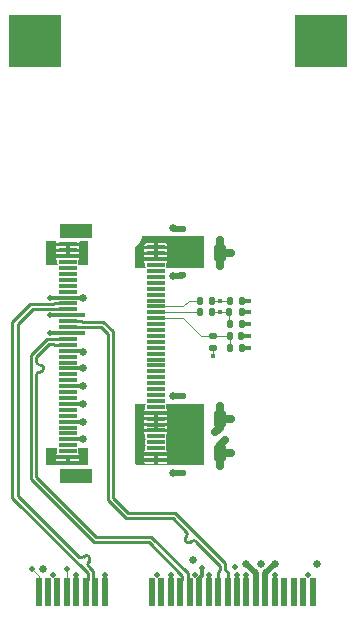
<source format=gbr>
%TF.GenerationSoftware,KiCad,Pcbnew,(6.0.1)*%
%TF.CreationDate,2022-01-21T21:00:34+01:00*%
%TF.ProjectId,apu-m2,6170752d-6d32-42e6-9b69-6361645f7063,rev?*%
%TF.SameCoordinates,Original*%
%TF.FileFunction,Copper,L1,Top*%
%TF.FilePolarity,Positive*%
%FSLAX46Y46*%
G04 Gerber Fmt 4.6, Leading zero omitted, Abs format (unit mm)*
G04 Created by KiCad (PCBNEW (6.0.1)) date 2022-01-21 21:00:34*
%MOMM*%
%LPD*%
G01*
G04 APERTURE LIST*
G04 Aperture macros list*
%AMRoundRect*
0 Rectangle with rounded corners*
0 $1 Rounding radius*
0 $2 $3 $4 $5 $6 $7 $8 $9 X,Y pos of 4 corners*
0 Add a 4 corners polygon primitive as box body*
4,1,4,$2,$3,$4,$5,$6,$7,$8,$9,$2,$3,0*
0 Add four circle primitives for the rounded corners*
1,1,$1+$1,$2,$3*
1,1,$1+$1,$4,$5*
1,1,$1+$1,$6,$7*
1,1,$1+$1,$8,$9*
0 Add four rect primitives between the rounded corners*
20,1,$1+$1,$2,$3,$4,$5,0*
20,1,$1+$1,$4,$5,$6,$7,0*
20,1,$1+$1,$6,$7,$8,$9,0*
20,1,$1+$1,$8,$9,$2,$3,0*%
G04 Aperture macros list end*
%TA.AperFunction,SMDPad,CuDef*%
%ADD10RoundRect,0.140000X-0.140000X-0.170000X0.140000X-0.170000X0.140000X0.170000X-0.140000X0.170000X0*%
%TD*%
%TA.AperFunction,SMDPad,CuDef*%
%ADD11RoundRect,0.140000X-0.170000X0.140000X-0.170000X-0.140000X0.170000X-0.140000X0.170000X0.140000X0*%
%TD*%
%TA.AperFunction,SMDPad,CuDef*%
%ADD12RoundRect,0.135000X0.135000X0.185000X-0.135000X0.185000X-0.135000X-0.185000X0.135000X-0.185000X0*%
%TD*%
%TA.AperFunction,SMDPad,CuDef*%
%ADD13RoundRect,0.135000X-0.185000X0.135000X-0.185000X-0.135000X0.185000X-0.135000X0.185000X0.135000X0*%
%TD*%
%TA.AperFunction,SMDPad,CuDef*%
%ADD14RoundRect,0.140000X0.170000X-0.140000X0.170000X0.140000X-0.170000X0.140000X-0.170000X-0.140000X0*%
%TD*%
%TA.AperFunction,SMDPad,CuDef*%
%ADD15RoundRect,0.250000X-0.250000X-0.475000X0.250000X-0.475000X0.250000X0.475000X-0.250000X0.475000X0*%
%TD*%
%TA.AperFunction,SMDPad,CuDef*%
%ADD16R,0.600000X2.330000*%
%TD*%
%TA.AperFunction,ComponentPad*%
%ADD17R,4.500000X4.500000*%
%TD*%
%TA.AperFunction,SMDPad,CuDef*%
%ADD18R,1.550000X0.300000*%
%TD*%
%TA.AperFunction,SMDPad,CuDef*%
%ADD19R,2.750000X1.200000*%
%TD*%
%TA.AperFunction,ViaPad*%
%ADD20C,0.450000*%
%TD*%
%TA.AperFunction,ViaPad*%
%ADD21C,0.650000*%
%TD*%
%TA.AperFunction,ViaPad*%
%ADD22C,0.460000*%
%TD*%
%TA.AperFunction,Conductor*%
%ADD23C,0.214000*%
%TD*%
%TA.AperFunction,Conductor*%
%ADD24C,0.100000*%
%TD*%
%TA.AperFunction,Conductor*%
%ADD25C,0.300000*%
%TD*%
%TA.AperFunction,Conductor*%
%ADD26C,0.500000*%
%TD*%
%TA.AperFunction,Conductor*%
%ADD27C,0.650000*%
%TD*%
G04 APERTURE END LIST*
D10*
%TO.P,C1,1*%
%TO.N,/~{PERST}*%
X119320000Y-80100000D03*
%TO.P,C1,2*%
%TO.N,GND*%
X120280000Y-80100000D03*
%TD*%
D11*
%TO.P,C8,1*%
%TO.N,+3V3*%
X115300000Y-74020000D03*
%TO.P,C8,2*%
%TO.N,GND*%
X115300000Y-74980000D03*
%TD*%
D12*
%TO.P,R7,1*%
%TO.N,/~{PEWAKE}*%
X117810000Y-77100000D03*
%TO.P,R7,2*%
%TO.N,Net-(J2-Pad54)*%
X116790000Y-77100000D03*
%TD*%
%TO.P,R6,1*%
%TO.N,/~{CLKREQ}*%
X117810000Y-78100000D03*
%TO.P,R6,2*%
%TO.N,Net-(J2-Pad52)*%
X116790000Y-78100000D03*
%TD*%
%TO.P,R5,1*%
%TO.N,GND*%
X120310000Y-79100000D03*
%TO.P,R5,2*%
%TO.N,/~{CLKREQ}*%
X119290000Y-79100000D03*
%TD*%
D13*
%TO.P,R4,1*%
%TO.N,/~{PERST}*%
X117900000Y-80090000D03*
%TO.P,R4,2*%
%TO.N,Net-(J1-Pad22)*%
X117900000Y-81110000D03*
%TD*%
D11*
%TO.P,C7,1*%
%TO.N,+3V3*%
X115300000Y-90720000D03*
%TO.P,C7,2*%
%TO.N,GND*%
X115300000Y-91680000D03*
%TD*%
D14*
%TO.P,C6,1*%
%TO.N,+3V3*%
X115300000Y-86180000D03*
%TO.P,C6,2*%
%TO.N,GND*%
X115300000Y-85220000D03*
%TD*%
%TO.P,C5,1*%
%TO.N,+3V3*%
X115300000Y-71980000D03*
%TO.P,C5,2*%
%TO.N,GND*%
X115300000Y-71020000D03*
%TD*%
D15*
%TO.P,C4,1*%
%TO.N,+3V3*%
X116550000Y-87100000D03*
%TO.P,C4,2*%
%TO.N,GND*%
X118450000Y-87100000D03*
%TD*%
%TO.P,C3,1*%
%TO.N,+3V3*%
X116600000Y-73100000D03*
%TO.P,C3,2*%
%TO.N,GND*%
X118500000Y-73100000D03*
%TD*%
%TO.P,C2,1*%
%TO.N,+3V3*%
X116600000Y-90000000D03*
%TO.P,C2,2*%
%TO.N,GND*%
X118500000Y-90000000D03*
%TD*%
D12*
%TO.P,R3,1*%
%TO.N,+3V3*%
X120310000Y-77100000D03*
%TO.P,R3,2*%
%TO.N,/~{PEWAKE}*%
X119290000Y-77100000D03*
%TD*%
%TO.P,R2,1*%
%TO.N,+3V3*%
X120305000Y-78100000D03*
%TO.P,R2,2*%
%TO.N,/~{CLKREQ}*%
X119285000Y-78100000D03*
%TD*%
D16*
%TO.P,J1,1,~{WAKE}*%
%TO.N,/~{PEWAKE}*%
X103125000Y-101815000D03*
%TO.P,J1,3,COEX1*%
%TO.N,unconnected-(J1-Pad3)*%
X103925000Y-101815000D03*
%TO.P,J1,5,COEX2*%
%TO.N,unconnected-(J1-Pad5)*%
X104725000Y-101815000D03*
%TO.P,J1,7,~{CLKREQ}*%
%TO.N,/~{CLKREQ}*%
X105525000Y-101815000D03*
%TO.P,J1,9,GND*%
%TO.N,GND*%
X106325000Y-101815000D03*
%TO.P,J1,11,REFCLK-*%
%TO.N,/REFCLK-*%
X107125000Y-101815000D03*
%TO.P,J1,13,REFCLK+*%
%TO.N,/REFCLK+*%
X107925000Y-101815000D03*
%TO.P,J1,15,GND*%
%TO.N,GND*%
X108725000Y-101815000D03*
%TO.P,J1,17,UIM_C8*%
%TO.N,unconnected-(J1-Pad17)*%
X112725000Y-101815000D03*
%TO.P,J1,19,UIM_C4*%
%TO.N,unconnected-(J1-Pad19)*%
X113525000Y-101815000D03*
%TO.P,J1,21,GND*%
%TO.N,GND*%
X114325000Y-101815000D03*
%TO.P,J1,23,PERn0*%
%TO.N,/PER0-*%
X115125000Y-101815000D03*
%TO.P,J1,25,PERp0*%
%TO.N,/PER0+*%
X115925000Y-101815000D03*
%TO.P,J1,27,GND*%
%TO.N,GND*%
X116725000Y-101815000D03*
%TO.P,J1,29,GND*%
X117525000Y-101815000D03*
%TO.P,J1,31,PETn0*%
%TO.N,/PET0-*%
X118325000Y-101815000D03*
%TO.P,J1,33,PETp0*%
%TO.N,/PET0+*%
X119125000Y-101815000D03*
%TO.P,J1,35,GND*%
%TO.N,GND*%
X119925000Y-101815000D03*
%TO.P,J1,37,GND*%
X120725000Y-101815000D03*
%TO.P,J1,39,+3V3AUX*%
%TO.N,+3V3*%
X121525000Y-101815000D03*
%TO.P,J1,41,+3V3AUX*%
X122325000Y-101815000D03*
%TO.P,J1,43,GND*%
%TO.N,GND*%
X123125000Y-101815000D03*
%TO.P,J1,45,Reserved*%
%TO.N,unconnected-(J1-Pad45)*%
X123925000Y-101815000D03*
%TO.P,J1,47,Reserved*%
%TO.N,unconnected-(J1-Pad47)*%
X124725000Y-101815000D03*
%TO.P,J1,49,Reserved*%
%TO.N,unconnected-(J1-Pad49)*%
X125525000Y-101815000D03*
%TO.P,J1,51,Reserved*%
%TO.N,unconnected-(J1-Pad51)*%
X126325000Y-101815000D03*
D17*
%TO.P,J1,MH*%
%TO.N,N/C*%
X127025000Y-55150000D03*
X102825000Y-55150000D03*
%TD*%
D18*
%TO.P,J2,1,GND*%
%TO.N,GND*%
X105600000Y-90850000D03*
%TO.P,J2,2,3.3V*%
%TO.N,+3V3*%
X113050000Y-90600000D03*
%TO.P,J2,3,GND*%
%TO.N,GND*%
X105600000Y-90350000D03*
%TO.P,J2,4,3.3V*%
%TO.N,+3V3*%
X113050000Y-90100000D03*
%TO.P,J2,5,PERn3*%
%TO.N,unconnected-(J2-Pad5)*%
X105600000Y-89850000D03*
%TO.P,J2,6,NC*%
%TO.N,unconnected-(J2-Pad6)*%
X113050000Y-89600000D03*
%TO.P,J2,7,PERp3*%
%TO.N,unconnected-(J2-Pad7)*%
X105600000Y-89350000D03*
%TO.P,J2,8,NC*%
%TO.N,unconnected-(J2-Pad8)*%
X113050000Y-89100000D03*
%TO.P,J2,9,GND*%
%TO.N,GND*%
X105600000Y-88850000D03*
%TO.P,J2,10,DAS/~{DSS}/~{LED1}*%
%TO.N,unconnected-(J2-Pad10)*%
X113050000Y-88600000D03*
%TO.P,J2,11,PETn3*%
%TO.N,unconnected-(J2-Pad11)*%
X105600000Y-88350000D03*
%TO.P,J2,12,3.3V*%
%TO.N,+3V3*%
X113050000Y-88100000D03*
%TO.P,J2,13,PETp3*%
%TO.N,unconnected-(J2-Pad13)*%
X105600000Y-87850000D03*
%TO.P,J2,14,3.3V*%
%TO.N,+3V3*%
X113050000Y-87600000D03*
%TO.P,J2,15,GND*%
%TO.N,GND*%
X105600000Y-87350000D03*
%TO.P,J2,16,3.3V*%
%TO.N,+3V3*%
X113050000Y-87100000D03*
%TO.P,J2,17,PERn2*%
%TO.N,unconnected-(J2-Pad17)*%
X105600000Y-86850000D03*
%TO.P,J2,18,3.3V*%
%TO.N,+3V3*%
X113050000Y-86600000D03*
%TO.P,J2,19,PERp2*%
%TO.N,unconnected-(J2-Pad19)*%
X105600000Y-86350000D03*
%TO.P,J2,20,NC*%
%TO.N,unconnected-(J2-Pad20)*%
X113050000Y-86100000D03*
%TO.P,J2,21,GND*%
%TO.N,GND*%
X105600000Y-85850000D03*
%TO.P,J2,22,NC*%
%TO.N,unconnected-(J2-Pad22)*%
X113050000Y-85600000D03*
%TO.P,J2,23,PETn2*%
%TO.N,unconnected-(J2-Pad23)*%
X105600000Y-85350000D03*
%TO.P,J2,24,NC*%
%TO.N,unconnected-(J2-Pad24)*%
X113050000Y-85100000D03*
%TO.P,J2,25,PETp2*%
%TO.N,unconnected-(J2-Pad25)*%
X105600000Y-84850000D03*
%TO.P,J2,26,NC*%
%TO.N,unconnected-(J2-Pad26)*%
X113050000Y-84600000D03*
%TO.P,J2,27,GND*%
%TO.N,GND*%
X105600000Y-84350000D03*
%TO.P,J2,28,NC*%
%TO.N,unconnected-(J2-Pad28)*%
X113050000Y-84100000D03*
%TO.P,J2,29,PERn1*%
%TO.N,unconnected-(J2-Pad29)*%
X105600000Y-83850000D03*
%TO.P,J2,30,NC*%
%TO.N,unconnected-(J2-Pad30)*%
X113050000Y-83600000D03*
%TO.P,J2,31,PERp1*%
%TO.N,unconnected-(J2-Pad31)*%
X105600000Y-83350000D03*
%TO.P,J2,32,NC*%
%TO.N,unconnected-(J2-Pad32)*%
X113050000Y-83100000D03*
%TO.P,J2,33,GND*%
%TO.N,GND*%
X105600000Y-82850000D03*
%TO.P,J2,34,NC*%
%TO.N,unconnected-(J2-Pad34)*%
X113050000Y-82600000D03*
%TO.P,J2,35,PETn1*%
%TO.N,unconnected-(J2-Pad35)*%
X105600000Y-82350000D03*
%TO.P,J2,36,NC*%
%TO.N,unconnected-(J2-Pad36)*%
X113050000Y-82100000D03*
%TO.P,J2,37,PETp1*%
%TO.N,unconnected-(J2-Pad37)*%
X105600000Y-81850000D03*
%TO.P,J2,38,DEVSLP*%
%TO.N,unconnected-(J2-Pad38)*%
X113050000Y-81600000D03*
%TO.P,J2,39,GND*%
%TO.N,GND*%
X105600000Y-81350000D03*
%TO.P,J2,40,NC*%
%TO.N,unconnected-(J2-Pad40)*%
X113050000Y-81100000D03*
%TO.P,J2,41,PERn0/SATA-B+*%
%TO.N,/PER0+*%
X105600000Y-80850000D03*
%TO.P,J2,42,NC*%
%TO.N,unconnected-(J2-Pad42)*%
X113050000Y-80600000D03*
%TO.P,J2,43,PERp0/SATA-B-*%
%TO.N,/PER0-*%
X105600000Y-80350000D03*
%TO.P,J2,44,NC*%
%TO.N,unconnected-(J2-Pad44)*%
X113050000Y-80100000D03*
%TO.P,J2,45,GND*%
%TO.N,GND*%
X105600000Y-79850000D03*
%TO.P,J2,46,NC*%
%TO.N,unconnected-(J2-Pad46)*%
X113050000Y-79600000D03*
%TO.P,J2,47,PETn0/SATA-A-*%
%TO.N,/PET0-*%
X105600000Y-79350000D03*
%TO.P,J2,48,NC*%
%TO.N,unconnected-(J2-Pad48)*%
X113050000Y-79100000D03*
%TO.P,J2,49,PETp0/SATA-A+*%
%TO.N,/PET0+*%
X105600000Y-78850000D03*
%TO.P,J2,50,~{PERST}*%
%TO.N,/~{PERST}*%
X113050000Y-78600000D03*
%TO.P,J2,51,GND*%
%TO.N,GND*%
X105600000Y-78350000D03*
%TO.P,J2,52,~{CLKREQ}*%
%TO.N,Net-(J2-Pad52)*%
X113050000Y-78100000D03*
%TO.P,J2,53,REFCLKn*%
%TO.N,/REFCLK+*%
X105600000Y-77850000D03*
%TO.P,J2,54,~{PEWAKE}*%
%TO.N,Net-(J2-Pad54)*%
X113050000Y-77600000D03*
%TO.P,J2,55,REFCLKp*%
%TO.N,/REFCLK-*%
X105600000Y-77350000D03*
%TO.P,J2,56,NC*%
%TO.N,unconnected-(J2-Pad56)*%
X113050000Y-77100000D03*
%TO.P,J2,57,GND*%
%TO.N,GND*%
X105600000Y-76850000D03*
%TO.P,J2,58,NC*%
%TO.N,unconnected-(J2-Pad58)*%
X113050000Y-76600000D03*
%TO.P,J2,59*%
%TO.N,N/C*%
X105600000Y-76350000D03*
%TO.P,J2,60*%
X113050000Y-76100000D03*
%TO.P,J2,61*%
X105600000Y-75850000D03*
%TO.P,J2,62*%
X113050000Y-75600000D03*
%TO.P,J2,63*%
X105600000Y-75350000D03*
%TO.P,J2,64*%
X113050000Y-75100000D03*
%TO.P,J2,65*%
X105600000Y-74850000D03*
%TO.P,J2,66*%
X113050000Y-74600000D03*
%TO.P,J2,67,NC*%
%TO.N,unconnected-(J2-Pad67)*%
X105600000Y-74350000D03*
%TO.P,J2,68,SUSCLK*%
%TO.N,unconnected-(J2-Pad68)*%
X113050000Y-74100000D03*
%TO.P,J2,69,PEDET*%
%TO.N,unconnected-(J2-Pad69)*%
X105600000Y-73850000D03*
%TO.P,J2,70,3.3V*%
%TO.N,+3V3*%
X113050000Y-73600000D03*
%TO.P,J2,71,GND*%
%TO.N,GND*%
X105600000Y-73350000D03*
%TO.P,J2,72,3.3V*%
%TO.N,+3V3*%
X113050000Y-73100000D03*
%TO.P,J2,73,GND*%
%TO.N,GND*%
X105600000Y-72850000D03*
%TO.P,J2,74,3.3V*%
%TO.N,+3V3*%
X113050000Y-72600000D03*
%TO.P,J2,75,GND*%
%TO.N,GND*%
X105600000Y-72350000D03*
D19*
%TO.P,J2,MP*%
%TO.N,N/C*%
X106325000Y-91950000D03*
X106325000Y-71250000D03*
%TD*%
D12*
%TO.P,R1,1*%
%TO.N,+3V3*%
X120310000Y-81100000D03*
%TO.P,R1,2*%
%TO.N,/~{PERST}*%
X119290000Y-81100000D03*
%TD*%
D20*
%TO.N,Net-(J1-Pad22)*%
X117900000Y-81800000D03*
%TO.N,/~{CLKREQ}*%
X118500000Y-78100000D03*
%TO.N,/~{PEWAKE}*%
X118500000Y-77100000D03*
%TO.N,+3V3*%
X120900000Y-81100000D03*
%TO.N,GND*%
X120900000Y-80100000D03*
X120900000Y-79100000D03*
%TO.N,+3V3*%
X120900000Y-78100000D03*
X120900000Y-77100000D03*
D21*
%TO.N,GND*%
X114491297Y-91700000D03*
X114491297Y-85200000D03*
X118500000Y-91100000D03*
X118900000Y-88900000D03*
X119400000Y-90000000D03*
X118100000Y-88200000D03*
X119400000Y-87100000D03*
X118500000Y-86000000D03*
X118500000Y-74200000D03*
X119400000Y-73100000D03*
X118500000Y-72000000D03*
X114500000Y-71000000D03*
X114500000Y-75000000D03*
D20*
X106875000Y-78350000D03*
X106875000Y-79875000D03*
D21*
%TO.N,+3V3*%
X103525000Y-99800000D03*
X114325000Y-87600000D03*
X111725000Y-88600000D03*
X114325000Y-90600000D03*
X114325000Y-89600000D03*
X111725000Y-90600000D03*
X123125000Y-99400000D03*
X111725000Y-89600000D03*
X114325000Y-73850000D03*
X116175000Y-99050000D03*
X120725000Y-99400000D03*
X114325000Y-72850000D03*
X126725000Y-99400000D03*
X111725000Y-72850000D03*
X111725000Y-87600000D03*
X111725000Y-86600000D03*
X111725000Y-73850000D03*
X114325000Y-88600000D03*
X114325000Y-86600000D03*
%TO.N,GND*%
X106875000Y-90100000D03*
D22*
X123125000Y-100300000D03*
D21*
X121925000Y-99400000D03*
D22*
X106325000Y-100300000D03*
X104125000Y-78350000D03*
X113125000Y-100300000D03*
X116325000Y-100300000D03*
X119925000Y-100300000D03*
X116925000Y-99750000D03*
X104125000Y-79850000D03*
D21*
X104275000Y-90100000D03*
X106875000Y-85850000D03*
X106875000Y-81450000D03*
D22*
X125925000Y-100300000D03*
D21*
X104275000Y-72600000D03*
D22*
X119725000Y-99650000D03*
D21*
X106875000Y-84350000D03*
X106875000Y-72600000D03*
X104275000Y-73600000D03*
D22*
X104325000Y-100300000D03*
D21*
X106875000Y-87350000D03*
D22*
X117525000Y-100300000D03*
X104125000Y-76850000D03*
X108725000Y-100300000D03*
X114325000Y-100300000D03*
D21*
X106875000Y-82850000D03*
X106875000Y-73600000D03*
X106875000Y-76850000D03*
D22*
X120725000Y-100300000D03*
D21*
X106875000Y-88850000D03*
D22*
%TO.N,/~{PEWAKE}*%
X102525000Y-99800000D03*
%TO.N,/~{CLKREQ}*%
X105525000Y-99800000D03*
%TD*%
D23*
%TO.N,/PET0-*%
X115633406Y-96669534D02*
X115633407Y-96669535D01*
X118325000Y-100067499D02*
X118505000Y-99887499D01*
X118505000Y-99541128D02*
X116481936Y-97518064D01*
X115633405Y-96669535D02*
G75*
G02*
X115633405Y-97093797I-212131J-212131D01*
G01*
X116057670Y-97518063D02*
X116042092Y-97533642D01*
X108980000Y-79891128D02*
X108408872Y-79320000D01*
X118505000Y-99887499D02*
X118505000Y-99541128D01*
X108408872Y-79320000D02*
X106792501Y-79320000D01*
X115617827Y-97109377D02*
G75*
G03*
X115617828Y-97533642I212128J-212132D01*
G01*
X106762501Y-79350000D02*
X105600000Y-79350000D01*
X115617827Y-97109376D02*
X115633406Y-97093798D01*
X115617827Y-97109377D02*
X115617827Y-97109376D01*
X116057671Y-97518063D02*
G75*
G02*
X116481936Y-97518064I212132J-212128D01*
G01*
X118325000Y-101815000D02*
X118325000Y-100067499D01*
X114483872Y-95520000D02*
X110533872Y-95520000D01*
X115617829Y-97533641D02*
G75*
G03*
X116042091Y-97533641I212131J212131D01*
G01*
X116057671Y-97518063D02*
X116057670Y-97518063D01*
X115633407Y-96669535D02*
X114483872Y-95520000D01*
X110533872Y-95520000D02*
X108980000Y-93966128D01*
X106792501Y-79320000D02*
X106762501Y-79350000D01*
X108980000Y-93966128D02*
X108980000Y-79891128D01*
%TO.N,/PET0+*%
X118945000Y-99358872D02*
X114666128Y-95080000D01*
%TO.N,/PER0+*%
X102945000Y-83495000D02*
X102945000Y-92058872D01*
X115745000Y-100770000D02*
X115925000Y-100950000D01*
X102945000Y-83445000D02*
X102945000Y-83495000D01*
X102945000Y-81866128D02*
X102945000Y-82245000D01*
X103245000Y-82545000D02*
X103267033Y-82545000D01*
X103267033Y-83145000D02*
X103245000Y-83145000D01*
X104407499Y-80820000D02*
X103991128Y-80820000D01*
X103991128Y-80820000D02*
X102945000Y-81866128D01*
X112616128Y-97080000D02*
X115745000Y-100208872D01*
X104437499Y-80850000D02*
X104407499Y-80820000D01*
X107966128Y-97080000D02*
X112616128Y-97080000D01*
X105600000Y-80850000D02*
X104437499Y-80850000D01*
X103567033Y-82845000D02*
G75*
G03*
X103267033Y-82545000I-300000J0D01*
G01*
X115745000Y-100208872D02*
X115745000Y-100770000D01*
X102945000Y-83445000D02*
G75*
G02*
X103245000Y-83145000I300000J0D01*
G01*
X103245000Y-82545000D02*
G75*
G02*
X102945000Y-82245000I0J300000D01*
G01*
X103267033Y-83145000D02*
G75*
G03*
X103567033Y-82845000I0J300000D01*
G01*
X102945000Y-92058872D02*
X107966128Y-97080000D01*
X115925000Y-100950000D02*
X115925000Y-101815000D01*
D24*
%TO.N,Net-(J2-Pad52)*%
X113050000Y-78100000D02*
X116790000Y-78100000D01*
%TO.N,Net-(J1-Pad22)*%
X117900000Y-81800000D02*
X117900000Y-81110000D01*
%TO.N,/~{PERST}*%
X118610000Y-80090000D02*
X119310000Y-80090000D01*
X113050000Y-78600000D02*
X115375000Y-78600000D01*
X115375000Y-78600000D02*
X116865000Y-80090000D01*
X116865000Y-80090000D02*
X117900000Y-80090000D01*
X117900000Y-80090000D02*
X118610000Y-80090000D01*
X119310000Y-80090000D02*
X119320000Y-80100000D01*
X119320000Y-80100000D02*
X119320000Y-81070000D01*
X119320000Y-81070000D02*
X119290000Y-81100000D01*
%TO.N,/~{CLKREQ}*%
X119285000Y-78100000D02*
X119285000Y-79095000D01*
X119285000Y-79095000D02*
X119290000Y-79100000D01*
X119285000Y-78100000D02*
X118500000Y-78100000D01*
X117810000Y-78100000D02*
X118500000Y-78100000D01*
%TO.N,/~{PEWAKE}*%
X119290000Y-77100000D02*
X118500000Y-77100000D01*
X117810000Y-77100000D02*
X118500000Y-77100000D01*
D25*
%TO.N,+3V3*%
X120310000Y-81100000D02*
X120900000Y-81100000D01*
%TO.N,GND*%
X120280000Y-80100000D02*
X120900000Y-80100000D01*
X120310000Y-79100000D02*
X120900000Y-79100000D01*
%TO.N,+3V3*%
X120305000Y-78100000D02*
X120900000Y-78100000D01*
X120310000Y-77100000D02*
X120900000Y-77100000D01*
D26*
%TO.N,GND*%
X114491297Y-91700000D02*
X115280000Y-91700000D01*
X115280000Y-91700000D02*
X115300000Y-91680000D01*
X114491297Y-85200000D02*
X115280000Y-85200000D01*
X115280000Y-85200000D02*
X115300000Y-85220000D01*
X114500000Y-75000000D02*
X115280000Y-75000000D01*
X115280000Y-75000000D02*
X115300000Y-74980000D01*
X115300000Y-71020000D02*
X114520000Y-71020000D01*
X114520000Y-71020000D02*
X114500000Y-71000000D01*
D27*
X118500000Y-72000000D02*
X118500000Y-73100000D01*
X119400000Y-73100000D02*
X118500000Y-73100000D01*
X118500000Y-73100000D02*
X118500000Y-74200000D01*
X118500000Y-90000000D02*
X118500000Y-89300000D01*
X118500000Y-89300000D02*
X118900000Y-88900000D01*
X118500000Y-91100000D02*
X118500000Y-90000000D01*
X119400000Y-90000000D02*
X118500000Y-90000000D01*
X118500000Y-86000000D02*
X118500000Y-87050000D01*
X118500000Y-87050000D02*
X118450000Y-87100000D01*
X118450000Y-87100000D02*
X119400000Y-87100000D01*
X118450000Y-87100000D02*
X118450000Y-87850000D01*
X118450000Y-87850000D02*
X118100000Y-88200000D01*
D25*
X105600000Y-78350000D02*
X106875000Y-78350000D01*
X106875000Y-79875000D02*
X106850000Y-79850000D01*
X106850000Y-79850000D02*
X105600000Y-79850000D01*
D23*
%TO.N,/PER0-*%
X103808872Y-80380000D02*
X104407499Y-80380000D01*
X104437499Y-80350000D02*
X105600000Y-80350000D01*
X102505000Y-81683872D02*
X103808872Y-80380000D01*
X104407499Y-80380000D02*
X104437499Y-80350000D01*
X102505000Y-92241128D02*
X102505000Y-81683872D01*
%TO.N,/PET0+*%
X108591128Y-78880000D02*
X106792501Y-78880000D01*
X106792501Y-78880000D02*
X106762501Y-78850000D01*
X106762501Y-78850000D02*
X105600000Y-78850000D01*
X109420000Y-79708872D02*
X108591128Y-78880000D01*
X110716128Y-95080000D02*
X109420000Y-93783872D01*
X109420000Y-93783872D02*
X109420000Y-79708872D01*
X118945000Y-99887499D02*
X118945000Y-99358872D01*
X114666128Y-95080000D02*
X110716128Y-95080000D01*
X119125000Y-100067499D02*
X118945000Y-99887499D01*
X119125000Y-101815000D02*
X119125000Y-100067499D01*
D26*
%TO.N,+3V3*%
X121525000Y-100200000D02*
X120725000Y-99400000D01*
X122325000Y-100200000D02*
X123125000Y-99400000D01*
X122325000Y-101815000D02*
X122325000Y-100200000D01*
X121525000Y-101815000D02*
X121525000Y-100200000D01*
D25*
%TO.N,GND*%
X105600000Y-88850000D02*
X106875000Y-88850000D01*
X119925000Y-100300000D02*
X119925000Y-101815000D01*
X105600000Y-84350000D02*
X106875000Y-84350000D01*
X105600000Y-82850000D02*
X106875000Y-82850000D01*
X105600000Y-78350000D02*
X104125000Y-78350000D01*
X120725000Y-100300000D02*
X120725000Y-101815000D01*
X116725000Y-101815000D02*
X116725000Y-100600000D01*
X116925000Y-100400000D02*
X116925000Y-99750000D01*
X106775000Y-81350000D02*
X106875000Y-81450000D01*
X116725000Y-100600000D02*
X116925000Y-100400000D01*
X105600000Y-81350000D02*
X106775000Y-81350000D01*
X105600000Y-76850000D02*
X104125000Y-76850000D01*
X105600000Y-79850000D02*
X104125000Y-79850000D01*
X106325000Y-100300000D02*
X106325000Y-101815000D01*
X114325000Y-100300000D02*
X114325000Y-101815000D01*
X108725000Y-100300000D02*
X108725000Y-101815000D01*
X105600000Y-87350000D02*
X106875000Y-87350000D01*
X117525000Y-100300000D02*
X117525000Y-101815000D01*
X123125000Y-100300000D02*
X123125000Y-101815000D01*
X105600000Y-76850000D02*
X106875000Y-76850000D01*
X105600000Y-85850000D02*
X106875000Y-85850000D01*
D23*
%TO.N,/PER0-*%
X112433872Y-97520000D02*
X107783872Y-97520000D01*
X115305000Y-100391128D02*
X112433872Y-97520000D01*
X107783872Y-97520000D02*
X102505000Y-92241128D01*
X115125000Y-100950000D02*
X115305000Y-100770000D01*
X115125000Y-101815000D02*
X115125000Y-100950000D01*
X115305000Y-100770000D02*
X115305000Y-100391128D01*
D24*
%TO.N,Net-(J2-Pad54)*%
X113050000Y-77600000D02*
X115375000Y-77600000D01*
X115875000Y-77100000D02*
X116875000Y-77100000D01*
X115375000Y-77600000D02*
X115875000Y-77100000D01*
%TO.N,/~{PEWAKE}*%
X103125000Y-101815000D02*
X103125000Y-100400000D01*
X103125000Y-100400000D02*
X102525000Y-99800000D01*
D23*
%TO.N,/REFCLK+*%
X107745000Y-100770000D02*
X107925000Y-100950000D01*
X107925000Y-100950000D02*
X107925000Y-101815000D01*
X107379092Y-99642964D02*
X107745000Y-100008872D01*
X101345000Y-79091128D02*
X101345000Y-93608872D01*
X101345000Y-93608872D02*
X106530564Y-98794436D01*
X104407499Y-77820000D02*
X102616128Y-77820000D01*
X106954828Y-98794436D02*
X106970407Y-98778858D01*
X106954829Y-98794435D02*
X106954828Y-98794436D01*
X107745000Y-100008872D02*
X107745000Y-100770000D01*
X105600000Y-77850000D02*
X104437499Y-77850000D01*
X102616128Y-77820000D02*
X101345000Y-79091128D01*
X107394671Y-99203122D02*
X107379091Y-99218699D01*
X107379091Y-99642963D02*
X107379092Y-99642964D01*
X104437499Y-77850000D02*
X104407499Y-77820000D01*
X107394670Y-99203123D02*
X107394671Y-99203122D01*
X107394670Y-99203123D02*
G75*
G03*
X107394671Y-98778858I-212134J212133D01*
G01*
X107379092Y-99642962D02*
G75*
G02*
X107379092Y-99218700I212131J212131D01*
G01*
X107394670Y-98778859D02*
G75*
G03*
X106970408Y-98778859I-212131J-212131D01*
G01*
X106954829Y-98794435D02*
G75*
G02*
X106530564Y-98794436I-212133J212127D01*
G01*
%TO.N,/REFCLK-*%
X102433872Y-77380000D02*
X104407499Y-77380000D01*
X107305000Y-100191128D02*
X100905000Y-93791128D01*
X104437499Y-77350000D02*
X105600000Y-77350000D01*
X107125000Y-101815000D02*
X107125000Y-100950000D01*
X104407499Y-77380000D02*
X104437499Y-77350000D01*
X100905000Y-93791128D02*
X100905000Y-78908872D01*
X107125000Y-100950000D02*
X107305000Y-100770000D01*
X100905000Y-78908872D02*
X102433872Y-77380000D01*
X107305000Y-100770000D02*
X107305000Y-100191128D01*
D24*
%TO.N,/~{CLKREQ}*%
X105525000Y-101815000D02*
X105525000Y-99800000D01*
%TD*%
%TA.AperFunction,Conductor*%
%TO.N,+3V3*%
G36*
X117110648Y-71614352D02*
G01*
X117125000Y-71649000D01*
X117125000Y-74301000D01*
X117110648Y-74335648D01*
X117076000Y-74350000D01*
X113966805Y-74350000D01*
X113932157Y-74335648D01*
X113917805Y-74301000D01*
X113920130Y-74289305D01*
X113919669Y-74289213D01*
X113925029Y-74262265D01*
X113925500Y-74259899D01*
X113925499Y-73949577D01*
X113939851Y-73914930D01*
X113947276Y-73908836D01*
X113965181Y-73896872D01*
X113971872Y-73890181D01*
X114010715Y-73832049D01*
X114014337Y-73823303D01*
X114024532Y-73772052D01*
X114025000Y-73767295D01*
X114025000Y-73759747D01*
X114022145Y-73752855D01*
X114015253Y-73750000D01*
X112084747Y-73750000D01*
X112077855Y-73752855D01*
X112075000Y-73759747D01*
X112075000Y-73767295D01*
X112075468Y-73772052D01*
X112085663Y-73823303D01*
X112089285Y-73832049D01*
X112128128Y-73890181D01*
X112134819Y-73896872D01*
X112152723Y-73908835D01*
X112173558Y-73940017D01*
X112174500Y-73949577D01*
X112174501Y-74259898D01*
X112174970Y-74262255D01*
X112180331Y-74289213D01*
X112178466Y-74289584D01*
X112178463Y-74319756D01*
X112151942Y-74346272D01*
X112133195Y-74350000D01*
X111374000Y-74350000D01*
X111339352Y-74335648D01*
X111325000Y-74301000D01*
X111325000Y-73440253D01*
X112075000Y-73440253D01*
X112077855Y-73447145D01*
X112084747Y-73450000D01*
X112890253Y-73450000D01*
X112897145Y-73447145D01*
X112900000Y-73440253D01*
X113200000Y-73440253D01*
X113202855Y-73447145D01*
X113209747Y-73450000D01*
X114015253Y-73450000D01*
X114022145Y-73447145D01*
X114025000Y-73440253D01*
X114025000Y-73432705D01*
X114024532Y-73427948D01*
X114014337Y-73376697D01*
X114011047Y-73368754D01*
X114011047Y-73331246D01*
X114014337Y-73323303D01*
X114024532Y-73272052D01*
X114025000Y-73267295D01*
X114025000Y-73259747D01*
X114022145Y-73252855D01*
X114015253Y-73250000D01*
X113209747Y-73250000D01*
X113202855Y-73252855D01*
X113200000Y-73259747D01*
X113200000Y-73440253D01*
X112900000Y-73440253D01*
X112900000Y-73259747D01*
X112897145Y-73252855D01*
X112890253Y-73250000D01*
X112084747Y-73250000D01*
X112077855Y-73252855D01*
X112075000Y-73259747D01*
X112075000Y-73267295D01*
X112075468Y-73272052D01*
X112085663Y-73323303D01*
X112088953Y-73331246D01*
X112088953Y-73368754D01*
X112085663Y-73376697D01*
X112075468Y-73427948D01*
X112075000Y-73432705D01*
X112075000Y-73440253D01*
X111325000Y-73440253D01*
X111325000Y-72940253D01*
X112075000Y-72940253D01*
X112077855Y-72947145D01*
X112084747Y-72950000D01*
X112890253Y-72950000D01*
X112897145Y-72947145D01*
X112900000Y-72940253D01*
X113200000Y-72940253D01*
X113202855Y-72947145D01*
X113209747Y-72950000D01*
X114015253Y-72950000D01*
X114022145Y-72947145D01*
X114025000Y-72940253D01*
X114025000Y-72932705D01*
X114024532Y-72927948D01*
X114014337Y-72876697D01*
X114011047Y-72868754D01*
X114011047Y-72831246D01*
X114014337Y-72823303D01*
X114024532Y-72772052D01*
X114025000Y-72767295D01*
X114025000Y-72759747D01*
X114022145Y-72752855D01*
X114015253Y-72750000D01*
X113209747Y-72750000D01*
X113202855Y-72752855D01*
X113200000Y-72759747D01*
X113200000Y-72940253D01*
X112900000Y-72940253D01*
X112900000Y-72759747D01*
X112897145Y-72752855D01*
X112890253Y-72750000D01*
X112084747Y-72750000D01*
X112077855Y-72752855D01*
X112075000Y-72759747D01*
X112075000Y-72767295D01*
X112075468Y-72772052D01*
X112085663Y-72823303D01*
X112088953Y-72831246D01*
X112088953Y-72868754D01*
X112085663Y-72876697D01*
X112075468Y-72927948D01*
X112075000Y-72932705D01*
X112075000Y-72940253D01*
X111325000Y-72940253D01*
X111325000Y-72553404D01*
X111339352Y-72518756D01*
X111350996Y-72510139D01*
X111407038Y-72480342D01*
X111407042Y-72480339D01*
X111409151Y-72479218D01*
X111456927Y-72440253D01*
X112075000Y-72440253D01*
X112077855Y-72447145D01*
X112084747Y-72450000D01*
X112890253Y-72450000D01*
X112897145Y-72447145D01*
X112900000Y-72440253D01*
X113200000Y-72440253D01*
X113202855Y-72447145D01*
X113209747Y-72450000D01*
X114015253Y-72450000D01*
X114022145Y-72447145D01*
X114025000Y-72440253D01*
X114025000Y-72432705D01*
X114024532Y-72427948D01*
X114014337Y-72376697D01*
X114010715Y-72367951D01*
X113971872Y-72309819D01*
X113965181Y-72303128D01*
X113907049Y-72264285D01*
X113898303Y-72260663D01*
X113847052Y-72250468D01*
X113842295Y-72250000D01*
X113209747Y-72250000D01*
X113202855Y-72252855D01*
X113200000Y-72259747D01*
X113200000Y-72440253D01*
X112900000Y-72440253D01*
X112900000Y-72259747D01*
X112897145Y-72252855D01*
X112890253Y-72250000D01*
X112257705Y-72250000D01*
X112252948Y-72250468D01*
X112201697Y-72260663D01*
X112192951Y-72264285D01*
X112134819Y-72303128D01*
X112128128Y-72309819D01*
X112089285Y-72367951D01*
X112085663Y-72376697D01*
X112075468Y-72427948D01*
X112075000Y-72432705D01*
X112075000Y-72440253D01*
X111456927Y-72440253D01*
X111568800Y-72349011D01*
X111700118Y-72190275D01*
X111798103Y-72009055D01*
X111859023Y-71812254D01*
X111859273Y-71809877D01*
X111876720Y-71643878D01*
X111894615Y-71610920D01*
X111925452Y-71600000D01*
X117076000Y-71600000D01*
X117110648Y-71614352D01*
G37*
%TD.AperFunction*%
%TD*%
%TA.AperFunction,Conductor*%
%TO.N,GND*%
G36*
X104717843Y-89614352D02*
G01*
X104732195Y-89649000D01*
X104729870Y-89660695D01*
X104730331Y-89660787D01*
X104724500Y-89690101D01*
X104724500Y-89692511D01*
X104724501Y-90000422D01*
X104710149Y-90035070D01*
X104702724Y-90041164D01*
X104684819Y-90053128D01*
X104678128Y-90059819D01*
X104639285Y-90117951D01*
X104635663Y-90126697D01*
X104625468Y-90177948D01*
X104625000Y-90182705D01*
X104625000Y-90190253D01*
X104627855Y-90197145D01*
X104634747Y-90200000D01*
X106565253Y-90200000D01*
X106572145Y-90197145D01*
X106575000Y-90190253D01*
X106575000Y-90182705D01*
X106574532Y-90177948D01*
X106564337Y-90126697D01*
X106560715Y-90117951D01*
X106521872Y-90059819D01*
X106515181Y-90053128D01*
X106497277Y-90041165D01*
X106476442Y-90009983D01*
X106475500Y-90000423D01*
X106475499Y-89692506D01*
X106475499Y-89690102D01*
X106469669Y-89660787D01*
X106471534Y-89660416D01*
X106471537Y-89630244D01*
X106498058Y-89603728D01*
X106516805Y-89600000D01*
X107276000Y-89600000D01*
X107310648Y-89614352D01*
X107325000Y-89649000D01*
X107325000Y-90951000D01*
X107310648Y-90985648D01*
X107276000Y-91000000D01*
X103774000Y-91000000D01*
X103739352Y-90985648D01*
X103725000Y-90951000D01*
X103725000Y-90690253D01*
X104625000Y-90690253D01*
X104627855Y-90697145D01*
X104634747Y-90700000D01*
X105440253Y-90700000D01*
X105447145Y-90697145D01*
X105450000Y-90690253D01*
X105750000Y-90690253D01*
X105752855Y-90697145D01*
X105759747Y-90700000D01*
X106565253Y-90700000D01*
X106572145Y-90697145D01*
X106575000Y-90690253D01*
X106575000Y-90682705D01*
X106574532Y-90677948D01*
X106564337Y-90626697D01*
X106561047Y-90618754D01*
X106561047Y-90581246D01*
X106564337Y-90573303D01*
X106574532Y-90522052D01*
X106575000Y-90517295D01*
X106575000Y-90509747D01*
X106572145Y-90502855D01*
X106565253Y-90500000D01*
X105759747Y-90500000D01*
X105752855Y-90502855D01*
X105750000Y-90509747D01*
X105750000Y-90690253D01*
X105450000Y-90690253D01*
X105450000Y-90509747D01*
X105447145Y-90502855D01*
X105440253Y-90500000D01*
X104634747Y-90500000D01*
X104627855Y-90502855D01*
X104625000Y-90509747D01*
X104625000Y-90517295D01*
X104625468Y-90522052D01*
X104635663Y-90573303D01*
X104638953Y-90581246D01*
X104638953Y-90618754D01*
X104635663Y-90626697D01*
X104625468Y-90677948D01*
X104625000Y-90682705D01*
X104625000Y-90690253D01*
X103725000Y-90690253D01*
X103725000Y-89649000D01*
X103739352Y-89614352D01*
X103774000Y-89600000D01*
X104683195Y-89600000D01*
X104717843Y-89614352D01*
G37*
%TD.AperFunction*%
%TD*%
%TA.AperFunction,Conductor*%
%TO.N,GND*%
G36*
X104615914Y-72114352D02*
G01*
X104630266Y-72149000D01*
X104629324Y-72158560D01*
X104625469Y-72177940D01*
X104625000Y-72182705D01*
X104625000Y-72190253D01*
X104627855Y-72197145D01*
X104634747Y-72200000D01*
X106565253Y-72200000D01*
X106572145Y-72197145D01*
X106575000Y-72190253D01*
X106575000Y-72182705D01*
X106574531Y-72177940D01*
X106570676Y-72158560D01*
X106577992Y-72121777D01*
X106609174Y-72100942D01*
X106618734Y-72100000D01*
X107276000Y-72100000D01*
X107310648Y-72114352D01*
X107325000Y-72149000D01*
X107325000Y-74051000D01*
X107310648Y-74085648D01*
X107276000Y-74100000D01*
X106516805Y-74100000D01*
X106482157Y-74085648D01*
X106467805Y-74051000D01*
X106470130Y-74039305D01*
X106469669Y-74039213D01*
X106475029Y-74012265D01*
X106475500Y-74009899D01*
X106475499Y-73699577D01*
X106489851Y-73664930D01*
X106497276Y-73658836D01*
X106515181Y-73646872D01*
X106521872Y-73640181D01*
X106560715Y-73582049D01*
X106564337Y-73573303D01*
X106574532Y-73522052D01*
X106575000Y-73517295D01*
X106575000Y-73509747D01*
X106572145Y-73502855D01*
X106565253Y-73500000D01*
X104634747Y-73500000D01*
X104627855Y-73502855D01*
X104625000Y-73509747D01*
X104625000Y-73517295D01*
X104625468Y-73522052D01*
X104635663Y-73573303D01*
X104639285Y-73582049D01*
X104678128Y-73640181D01*
X104684819Y-73646872D01*
X104702723Y-73658835D01*
X104723558Y-73690017D01*
X104724500Y-73699577D01*
X104724501Y-74009898D01*
X104724970Y-74012255D01*
X104730331Y-74039213D01*
X104728466Y-74039584D01*
X104728463Y-74069756D01*
X104701942Y-74096272D01*
X104683195Y-74100000D01*
X103774000Y-74100000D01*
X103739352Y-74085648D01*
X103725000Y-74051000D01*
X103725000Y-73190253D01*
X104625000Y-73190253D01*
X104627855Y-73197145D01*
X104634747Y-73200000D01*
X105440253Y-73200000D01*
X105447145Y-73197145D01*
X105450000Y-73190253D01*
X105750000Y-73190253D01*
X105752855Y-73197145D01*
X105759747Y-73200000D01*
X106565253Y-73200000D01*
X106572145Y-73197145D01*
X106575000Y-73190253D01*
X106575000Y-73182705D01*
X106574532Y-73177948D01*
X106564337Y-73126697D01*
X106561047Y-73118754D01*
X106561047Y-73081246D01*
X106564337Y-73073303D01*
X106574532Y-73022052D01*
X106575000Y-73017295D01*
X106575000Y-73009747D01*
X106572145Y-73002855D01*
X106565253Y-73000000D01*
X105759747Y-73000000D01*
X105752855Y-73002855D01*
X105750000Y-73009747D01*
X105750000Y-73190253D01*
X105450000Y-73190253D01*
X105450000Y-73009747D01*
X105447145Y-73002855D01*
X105440253Y-73000000D01*
X104634747Y-73000000D01*
X104627855Y-73002855D01*
X104625000Y-73009747D01*
X104625000Y-73017295D01*
X104625468Y-73022052D01*
X104635663Y-73073303D01*
X104638953Y-73081246D01*
X104638953Y-73118754D01*
X104635663Y-73126697D01*
X104625468Y-73177948D01*
X104625000Y-73182705D01*
X104625000Y-73190253D01*
X103725000Y-73190253D01*
X103725000Y-72690253D01*
X104625000Y-72690253D01*
X104627855Y-72697145D01*
X104634747Y-72700000D01*
X105440253Y-72700000D01*
X105447145Y-72697145D01*
X105450000Y-72690253D01*
X105750000Y-72690253D01*
X105752855Y-72697145D01*
X105759747Y-72700000D01*
X106565253Y-72700000D01*
X106572145Y-72697145D01*
X106575000Y-72690253D01*
X106575000Y-72682705D01*
X106574532Y-72677948D01*
X106564337Y-72626697D01*
X106561047Y-72618754D01*
X106561047Y-72581246D01*
X106564337Y-72573303D01*
X106574532Y-72522052D01*
X106575000Y-72517295D01*
X106575000Y-72509747D01*
X106572145Y-72502855D01*
X106565253Y-72500000D01*
X105759747Y-72500000D01*
X105752855Y-72502855D01*
X105750000Y-72509747D01*
X105750000Y-72690253D01*
X105450000Y-72690253D01*
X105450000Y-72509747D01*
X105447145Y-72502855D01*
X105440253Y-72500000D01*
X104634747Y-72500000D01*
X104627855Y-72502855D01*
X104625000Y-72509747D01*
X104625000Y-72517295D01*
X104625468Y-72522052D01*
X104635663Y-72573303D01*
X104638953Y-72581246D01*
X104638953Y-72618754D01*
X104635663Y-72626697D01*
X104625468Y-72677948D01*
X104625000Y-72682705D01*
X104625000Y-72690253D01*
X103725000Y-72690253D01*
X103725000Y-72149000D01*
X103739352Y-72114352D01*
X103774000Y-72100000D01*
X104581266Y-72100000D01*
X104615914Y-72114352D01*
G37*
%TD.AperFunction*%
%TD*%
%TA.AperFunction,Conductor*%
%TO.N,+3V3*%
G36*
X112167843Y-85864352D02*
G01*
X112182195Y-85899000D01*
X112179870Y-85910695D01*
X112180331Y-85910787D01*
X112174500Y-85940101D01*
X112174500Y-85942511D01*
X112174501Y-86250422D01*
X112160149Y-86285070D01*
X112152724Y-86291164D01*
X112134819Y-86303128D01*
X112128128Y-86309819D01*
X112089285Y-86367951D01*
X112085663Y-86376697D01*
X112075468Y-86427948D01*
X112075000Y-86432705D01*
X112075000Y-86440253D01*
X112077855Y-86447145D01*
X112084747Y-86450000D01*
X114015253Y-86450000D01*
X114022145Y-86447145D01*
X114025000Y-86440253D01*
X114025000Y-86432705D01*
X114024532Y-86427948D01*
X114014337Y-86376697D01*
X114010715Y-86367951D01*
X113971872Y-86309819D01*
X113965181Y-86303128D01*
X113947277Y-86291165D01*
X113926442Y-86259983D01*
X113925500Y-86250423D01*
X113925499Y-85942506D01*
X113925499Y-85940102D01*
X113919669Y-85910787D01*
X113921534Y-85910416D01*
X113921537Y-85880244D01*
X113948058Y-85853728D01*
X113966805Y-85850000D01*
X117076000Y-85850000D01*
X117110648Y-85864352D01*
X117125000Y-85899000D01*
X117125000Y-91001000D01*
X117110648Y-91035648D01*
X117076000Y-91050000D01*
X111427466Y-91050000D01*
X111392457Y-91035283D01*
X111338991Y-90980685D01*
X111325000Y-90946402D01*
X111325000Y-90767295D01*
X112075000Y-90767295D01*
X112075468Y-90772052D01*
X112085663Y-90823303D01*
X112089285Y-90832049D01*
X112128128Y-90890181D01*
X112134819Y-90896872D01*
X112192951Y-90935715D01*
X112201697Y-90939337D01*
X112252948Y-90949532D01*
X112257705Y-90950000D01*
X112890253Y-90950000D01*
X112897145Y-90947145D01*
X112900000Y-90940253D01*
X113200000Y-90940253D01*
X113202855Y-90947145D01*
X113209747Y-90950000D01*
X113842295Y-90950000D01*
X113847052Y-90949532D01*
X113898303Y-90939337D01*
X113907049Y-90935715D01*
X113965181Y-90896872D01*
X113971872Y-90890181D01*
X114010715Y-90832049D01*
X114014337Y-90823303D01*
X114024532Y-90772052D01*
X114025000Y-90767295D01*
X114025000Y-90759747D01*
X114022145Y-90752855D01*
X114015253Y-90750000D01*
X113209747Y-90750000D01*
X113202855Y-90752855D01*
X113200000Y-90759747D01*
X113200000Y-90940253D01*
X112900000Y-90940253D01*
X112900000Y-90759747D01*
X112897145Y-90752855D01*
X112890253Y-90750000D01*
X112084747Y-90750000D01*
X112077855Y-90752855D01*
X112075000Y-90759747D01*
X112075000Y-90767295D01*
X111325000Y-90767295D01*
X111325000Y-90440253D01*
X112075000Y-90440253D01*
X112077855Y-90447145D01*
X112084747Y-90450000D01*
X112890253Y-90450000D01*
X112897145Y-90447145D01*
X112900000Y-90440253D01*
X113200000Y-90440253D01*
X113202855Y-90447145D01*
X113209747Y-90450000D01*
X114015253Y-90450000D01*
X114022145Y-90447145D01*
X114025000Y-90440253D01*
X114025000Y-90432705D01*
X114024532Y-90427948D01*
X114014337Y-90376697D01*
X114011047Y-90368754D01*
X114011047Y-90331246D01*
X114014337Y-90323303D01*
X114024532Y-90272052D01*
X114025000Y-90267295D01*
X114025000Y-90259747D01*
X114022145Y-90252855D01*
X114015253Y-90250000D01*
X113209747Y-90250000D01*
X113202855Y-90252855D01*
X113200000Y-90259747D01*
X113200000Y-90440253D01*
X112900000Y-90440253D01*
X112900000Y-90259747D01*
X112897145Y-90252855D01*
X112890253Y-90250000D01*
X112084747Y-90250000D01*
X112077855Y-90252855D01*
X112075000Y-90259747D01*
X112075000Y-90267295D01*
X112075468Y-90272052D01*
X112085663Y-90323303D01*
X112088953Y-90331246D01*
X112088953Y-90368754D01*
X112085663Y-90376697D01*
X112075468Y-90427948D01*
X112075000Y-90432705D01*
X112075000Y-90440253D01*
X111325000Y-90440253D01*
X111325000Y-89940253D01*
X112075000Y-89940253D01*
X112077855Y-89947145D01*
X112084747Y-89950000D01*
X114015253Y-89950000D01*
X114022145Y-89947145D01*
X114025000Y-89940253D01*
X114025000Y-89932705D01*
X114024532Y-89927948D01*
X114014337Y-89876697D01*
X114010715Y-89867951D01*
X113971872Y-89809819D01*
X113965181Y-89803128D01*
X113947277Y-89791165D01*
X113926442Y-89759983D01*
X113925500Y-89750423D01*
X113925499Y-89442506D01*
X113925499Y-89440102D01*
X113919669Y-89410787D01*
X113897457Y-89377543D01*
X113899674Y-89376062D01*
X113888879Y-89350000D01*
X113899674Y-89323938D01*
X113897457Y-89322457D01*
X113916988Y-89293226D01*
X113916988Y-89293225D01*
X113919669Y-89289213D01*
X113925500Y-89259899D01*
X113925499Y-88940102D01*
X113919669Y-88910787D01*
X113897457Y-88877543D01*
X113899674Y-88876062D01*
X113888879Y-88850000D01*
X113899674Y-88823938D01*
X113897457Y-88822457D01*
X113916988Y-88793226D01*
X113916988Y-88793225D01*
X113919669Y-88789213D01*
X113925500Y-88759899D01*
X113925499Y-88449577D01*
X113939851Y-88414930D01*
X113947276Y-88408836D01*
X113965181Y-88396872D01*
X113971872Y-88390181D01*
X114010715Y-88332049D01*
X114014337Y-88323303D01*
X114024532Y-88272052D01*
X114025000Y-88267295D01*
X114025000Y-88259747D01*
X114022145Y-88252855D01*
X114015253Y-88250000D01*
X112084747Y-88250000D01*
X112077855Y-88252855D01*
X112075000Y-88259747D01*
X112075000Y-88267295D01*
X112075468Y-88272052D01*
X112085663Y-88323303D01*
X112089285Y-88332049D01*
X112128128Y-88390181D01*
X112134819Y-88396872D01*
X112152723Y-88408835D01*
X112173558Y-88440017D01*
X112174500Y-88449577D01*
X112174501Y-88759898D01*
X112180331Y-88789213D01*
X112183012Y-88793225D01*
X112183012Y-88793226D01*
X112202543Y-88822457D01*
X112200326Y-88823938D01*
X112211121Y-88850000D01*
X112200326Y-88876062D01*
X112202543Y-88877543D01*
X112180331Y-88910787D01*
X112174500Y-88940101D01*
X112174501Y-89259898D01*
X112180331Y-89289213D01*
X112183012Y-89293225D01*
X112183012Y-89293226D01*
X112202543Y-89322457D01*
X112200326Y-89323938D01*
X112211121Y-89350000D01*
X112200326Y-89376062D01*
X112202543Y-89377543D01*
X112180331Y-89410787D01*
X112174500Y-89440101D01*
X112174500Y-89442511D01*
X112174501Y-89750422D01*
X112160149Y-89785070D01*
X112152724Y-89791164D01*
X112134819Y-89803128D01*
X112128128Y-89809819D01*
X112089285Y-89867951D01*
X112085663Y-89876697D01*
X112075468Y-89927948D01*
X112075000Y-89932705D01*
X112075000Y-89940253D01*
X111325000Y-89940253D01*
X111325000Y-87940253D01*
X112075000Y-87940253D01*
X112077855Y-87947145D01*
X112084747Y-87950000D01*
X112890253Y-87950000D01*
X112897145Y-87947145D01*
X112900000Y-87940253D01*
X113200000Y-87940253D01*
X113202855Y-87947145D01*
X113209747Y-87950000D01*
X114015253Y-87950000D01*
X114022145Y-87947145D01*
X114025000Y-87940253D01*
X114025000Y-87932705D01*
X114024532Y-87927948D01*
X114014337Y-87876697D01*
X114011047Y-87868754D01*
X114011047Y-87831246D01*
X114014337Y-87823303D01*
X114024532Y-87772052D01*
X114025000Y-87767295D01*
X114025000Y-87759747D01*
X114022145Y-87752855D01*
X114015253Y-87750000D01*
X113209747Y-87750000D01*
X113202855Y-87752855D01*
X113200000Y-87759747D01*
X113200000Y-87940253D01*
X112900000Y-87940253D01*
X112900000Y-87759747D01*
X112897145Y-87752855D01*
X112890253Y-87750000D01*
X112084747Y-87750000D01*
X112077855Y-87752855D01*
X112075000Y-87759747D01*
X112075000Y-87767295D01*
X112075468Y-87772052D01*
X112085663Y-87823303D01*
X112088953Y-87831246D01*
X112088953Y-87868754D01*
X112085663Y-87876697D01*
X112075468Y-87927948D01*
X112075000Y-87932705D01*
X112075000Y-87940253D01*
X111325000Y-87940253D01*
X111325000Y-87440253D01*
X112075000Y-87440253D01*
X112077855Y-87447145D01*
X112084747Y-87450000D01*
X112890253Y-87450000D01*
X112897145Y-87447145D01*
X112900000Y-87440253D01*
X113200000Y-87440253D01*
X113202855Y-87447145D01*
X113209747Y-87450000D01*
X114015253Y-87450000D01*
X114022145Y-87447145D01*
X114025000Y-87440253D01*
X114025000Y-87432705D01*
X114024532Y-87427948D01*
X114014337Y-87376697D01*
X114011047Y-87368754D01*
X114011047Y-87331246D01*
X114014337Y-87323303D01*
X114024532Y-87272052D01*
X114025000Y-87267295D01*
X114025000Y-87259747D01*
X114022145Y-87252855D01*
X114015253Y-87250000D01*
X113209747Y-87250000D01*
X113202855Y-87252855D01*
X113200000Y-87259747D01*
X113200000Y-87440253D01*
X112900000Y-87440253D01*
X112900000Y-87259747D01*
X112897145Y-87252855D01*
X112890253Y-87250000D01*
X112084747Y-87250000D01*
X112077855Y-87252855D01*
X112075000Y-87259747D01*
X112075000Y-87267295D01*
X112075468Y-87272052D01*
X112085663Y-87323303D01*
X112088953Y-87331246D01*
X112088953Y-87368754D01*
X112085663Y-87376697D01*
X112075468Y-87427948D01*
X112075000Y-87432705D01*
X112075000Y-87440253D01*
X111325000Y-87440253D01*
X111325000Y-86940253D01*
X112075000Y-86940253D01*
X112077855Y-86947145D01*
X112084747Y-86950000D01*
X112890253Y-86950000D01*
X112897145Y-86947145D01*
X112900000Y-86940253D01*
X113200000Y-86940253D01*
X113202855Y-86947145D01*
X113209747Y-86950000D01*
X114015253Y-86950000D01*
X114022145Y-86947145D01*
X114025000Y-86940253D01*
X114025000Y-86932705D01*
X114024532Y-86927948D01*
X114014337Y-86876697D01*
X114011047Y-86868754D01*
X114011047Y-86831246D01*
X114014337Y-86823303D01*
X114024532Y-86772052D01*
X114025000Y-86767295D01*
X114025000Y-86759747D01*
X114022145Y-86752855D01*
X114015253Y-86750000D01*
X113209747Y-86750000D01*
X113202855Y-86752855D01*
X113200000Y-86759747D01*
X113200000Y-86940253D01*
X112900000Y-86940253D01*
X112900000Y-86759747D01*
X112897145Y-86752855D01*
X112890253Y-86750000D01*
X112084747Y-86750000D01*
X112077855Y-86752855D01*
X112075000Y-86759747D01*
X112075000Y-86767295D01*
X112075468Y-86772052D01*
X112085663Y-86823303D01*
X112088953Y-86831246D01*
X112088953Y-86868754D01*
X112085663Y-86876697D01*
X112075468Y-86927948D01*
X112075000Y-86932705D01*
X112075000Y-86940253D01*
X111325000Y-86940253D01*
X111325000Y-85899000D01*
X111339352Y-85864352D01*
X111374000Y-85850000D01*
X112133195Y-85850000D01*
X112167843Y-85864352D01*
G37*
%TD.AperFunction*%
%TD*%
M02*

</source>
